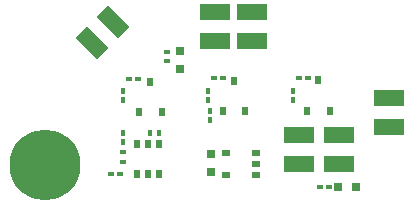
<source format=gbp>
G04*
G04 #@! TF.GenerationSoftware,Altium Limited,Altium Designer,18.1.6 (161)*
G04*
G04 Layer_Color=128*
%FSLAX25Y25*%
%MOIN*%
G70*
G01*
G75*
%ADD13R,0.10236X0.05315*%
G04:AMPARAMS|DCode=32|XSize=102.36mil|YSize=53.15mil|CornerRadius=0mil|HoleSize=0mil|Usage=FLASHONLY|Rotation=315.000|XOffset=0mil|YOffset=0mil|HoleType=Round|Shape=Rectangle|*
%AMROTATEDRECTD32*
4,1,4,-0.05498,0.01740,-0.01740,0.05498,0.05498,-0.01740,0.01740,-0.05498,-0.05498,0.01740,0.0*
%
%ADD32ROTATEDRECTD32*%

%ADD33R,0.03150X0.03150*%
%ADD34R,0.01968X0.01772*%
%ADD35C,0.23622*%
%ADD36R,0.01772X0.01968*%
%ADD37R,0.01968X0.01575*%
%ADD38R,0.03150X0.03150*%
%ADD39R,0.01575X0.01968*%
%ADD40R,0.02165X0.03150*%
%ADD41R,0.03150X0.02165*%
%ADD42R,0.02165X0.02953*%
G54D13*
X468500Y296177D02*
D03*
Y305823D02*
D03*
X526500Y267677D02*
D03*
Y277323D02*
D03*
X481000Y296177D02*
D03*
Y305823D02*
D03*
X496500Y255299D02*
D03*
Y264945D02*
D03*
X510000Y255299D02*
D03*
Y264945D02*
D03*
G54D32*
X434410Y302410D02*
D03*
X427590Y295590D02*
D03*
G54D33*
X515566Y247500D02*
D03*
X509660D02*
D03*
G54D34*
X506636D02*
D03*
X503684D02*
D03*
X434024Y252000D02*
D03*
X436976D02*
D03*
X499476Y284000D02*
D03*
X496524D02*
D03*
X443000Y283500D02*
D03*
X440047D02*
D03*
X471322Y283801D02*
D03*
X468369D02*
D03*
G54D35*
X412000Y255000D02*
D03*
G54D36*
X467000Y269929D02*
D03*
Y272882D02*
D03*
X438000Y265500D02*
D03*
Y262547D02*
D03*
X466322Y279476D02*
D03*
Y276524D02*
D03*
X438000Y279476D02*
D03*
Y276524D02*
D03*
X494500Y279476D02*
D03*
Y276524D02*
D03*
G54D37*
X438000Y255925D02*
D03*
Y259075D02*
D03*
X452500Y289425D02*
D03*
Y292575D02*
D03*
G54D38*
X457000Y292953D02*
D03*
Y287047D02*
D03*
X467322Y252606D02*
D03*
Y258511D02*
D03*
G54D39*
X446831Y265500D02*
D03*
X449980D02*
D03*
G54D40*
Y252000D02*
D03*
X446240D02*
D03*
X442500D02*
D03*
Y262039D02*
D03*
X446240D02*
D03*
X449980D02*
D03*
G54D41*
X472302Y259039D02*
D03*
Y251559D02*
D03*
X482341D02*
D03*
Y255299D02*
D03*
Y259039D02*
D03*
G54D42*
X447000Y282520D02*
D03*
X443260Y272480D02*
D03*
X450740D02*
D03*
X503000Y283067D02*
D03*
X499260Y273028D02*
D03*
X506740D02*
D03*
X474822Y282821D02*
D03*
X471081Y272781D02*
D03*
X478562D02*
D03*
M02*

</source>
